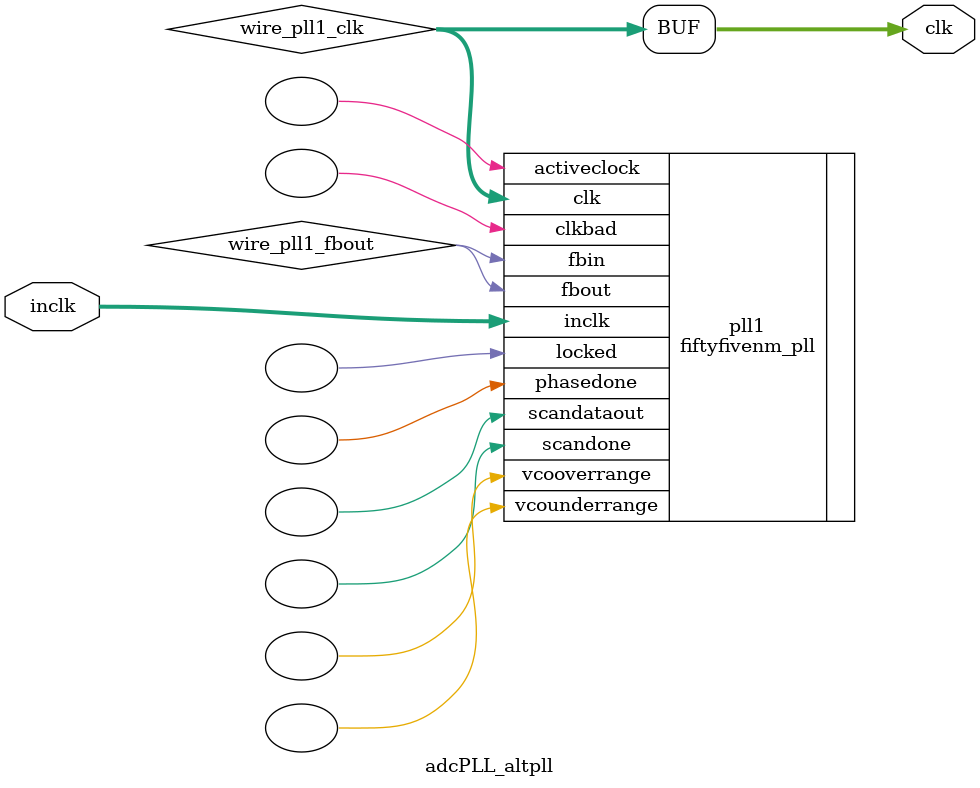
<source format=v>






//synthesis_resources = fiftyfivenm_pll 1 
//synopsys translate_off
`timescale 1 ps / 1 ps
//synopsys translate_on
module  adcPLL_altpll
	( 
	clk,
	inclk) /* synthesis synthesis_clearbox=1 */;
	output   [4:0]  clk;
	input   [1:0]  inclk;
`ifndef ALTERA_RESERVED_QIS
// synopsys translate_off
`endif
	tri0   [1:0]  inclk;
`ifndef ALTERA_RESERVED_QIS
// synopsys translate_on
`endif

	wire  [4:0]   wire_pll1_clk;
	wire  wire_pll1_fbout;

	fiftyfivenm_pll   pll1
	( 
	.activeclock(),
	.clk(wire_pll1_clk),
	.clkbad(),
	.fbin(wire_pll1_fbout),
	.fbout(wire_pll1_fbout),
	.inclk(inclk),
	.locked(),
	.phasedone(),
	.scandataout(),
	.scandone(),
	.vcooverrange(),
	.vcounderrange()
	`ifndef FORMAL_VERIFICATION
	// synopsys translate_off
	`endif
	,
	.areset(1'b0),
	.clkswitch(1'b0),
	.configupdate(1'b0),
	.pfdena(1'b1),
	.phasecounterselect({3{1'b0}}),
	.phasestep(1'b0),
	.phaseupdown(1'b0),
	.scanclk(1'b0),
	.scanclkena(1'b1),
	.scandata(1'b0)
	`ifndef FORMAL_VERIFICATION
	// synopsys translate_on
	`endif
	);
	defparam
		pll1.bandwidth_type = "auto",
		pll1.clk0_divide_by = 1,
		pll1.clk0_duty_cycle = 50,
		pll1.clk0_multiply_by = 5,
		pll1.clk0_phase_shift = "0",
		pll1.compensate_clock = "clk0",
		pll1.inclk0_input_frequency = 100000,
		pll1.operation_mode = "normal",
		pll1.pll_type = "auto",
		pll1.lpm_type = "fiftyfivenm_pll";
	assign
		clk = {wire_pll1_clk[4:0]};
endmodule //adcPLL_altpll
//VALID FILE

</source>
